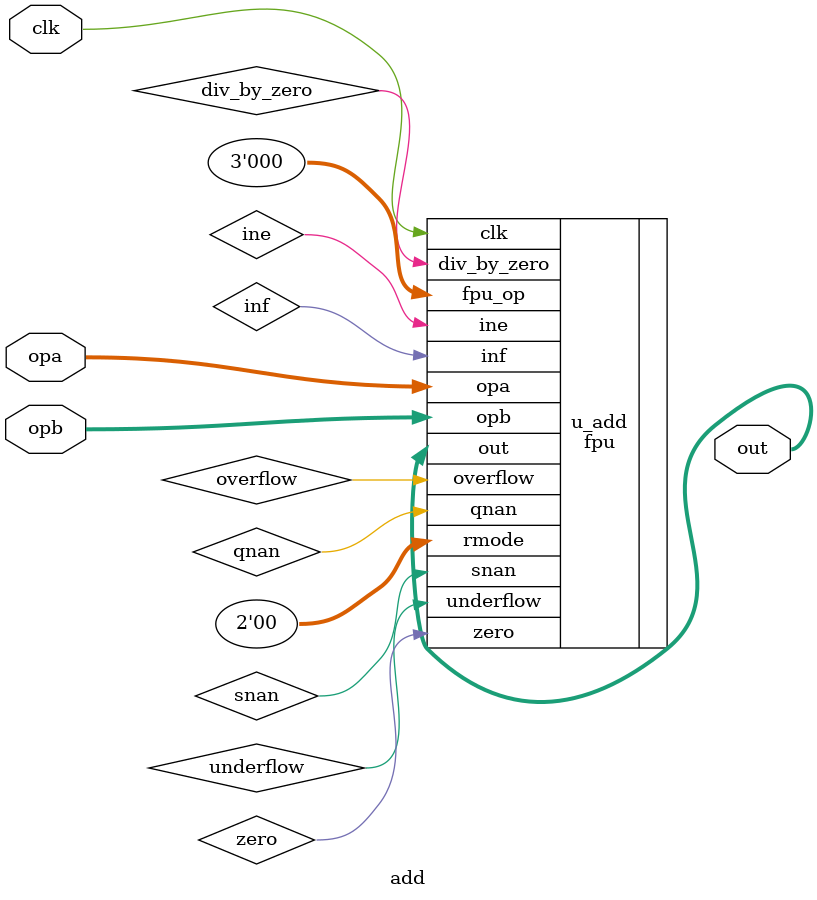
<source format=v>
`timescale 1ns / 100ps


module add(clk, opa, opb, out);
	input clk;
	input [31:0] opa, opb;
	output [31:0] out;

	wire inf, snan, qnan, ine, overflow, underflow, zero, div_by_zero;
	
	fpu u_add(
		.clk(clk),
		.rmode(2'd0), 
		.fpu_op(3'd0), 
		.opa(opa), 
		.opb(opb), 
		.out(out), 
		.inf(inf), 
		.snan(snan), 
		.qnan(qnan), 
		.ine(ine), 
		.overflow(overflow), 
		.underflow(underflow), 
		.zero(zero), 
		.div_by_zero(div_by_zero)
		); 
	
	

endmodule
</source>
